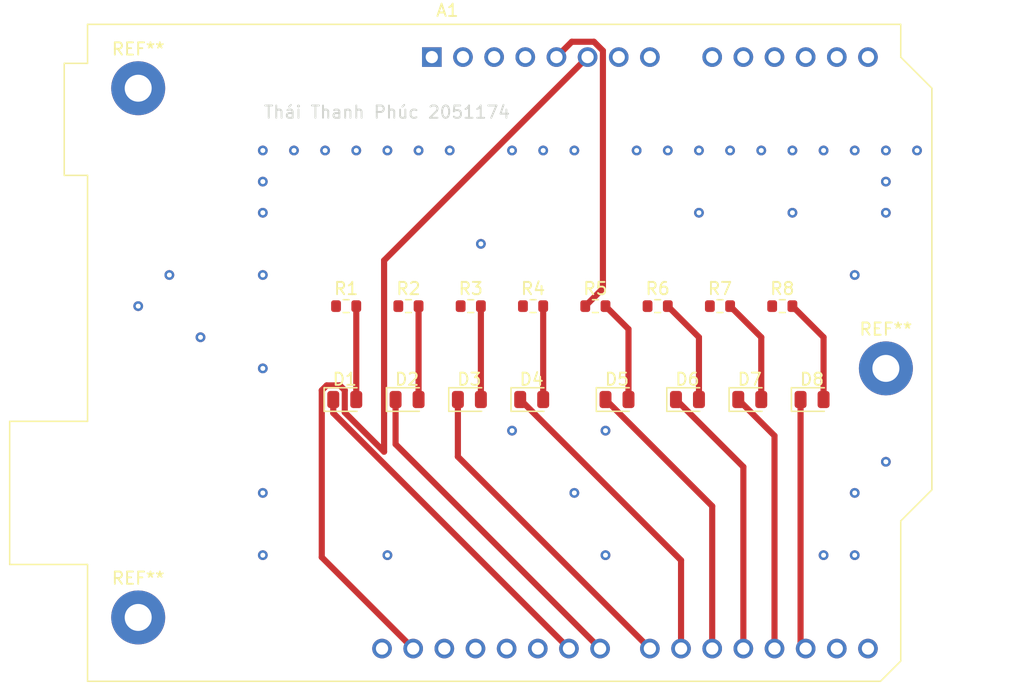
<source format=kicad_pcb>
(kicad_pcb (version 20221018) (generator pcbnew)
  (layers (0 "F.Cu" signal) (31 "B.Cu" signal) (34 "B.Paste" user) (35 "F.Paste" user) (36 "B.SilkS" user "B.Silkscreen") (37 "F.SilkS" user "F.Silkscreen") (38 "B.Mask" user) (39 "F.Mask" user) (44 "Edge.Cuts" user))
  (net 0 "")
  (net 5 "Net-(A1-+5V)")
  (net 6 "GND")
  (net 16 "Net-(A1-D2)")
  (net 17 "Net-(A1-D3)")
  (net 18 "Net-(A1-D4)")
  (net 19 "Net-(A1-D5)")
  (net 20 "Net-(A1-D6)")
  (net 21 "Net-(A1-D7)")
  (net 22 "Net-(A1-D8)")
  (net 23 "Net-(A1-D9)")
  (net 29 "Net-(D1-A)")
  (net 30 "Net-(D2-A)")
  (net 31 "Net-(D3-A)")
  (net 32 "Net-(D4-A)")
  (net 33 "Net-(D5-A)")
  (net 34 "Net-(D6-A)")
  (net 35 "Net-(D7-A)")
  (net 36 "Net-(D8-A)")
  (footprint "MountingHole:MountingHole_2.2mm_M2_Pad" (layer "F.Cu") (at 180.34 93.98)
    (fp_text reference "REF**" (at 0 -3.2) (layer "F.SilkS"))
    (fp_text value "MountingHole_2.2mm_M2_Pad")
    (pad "1" thru_hole circle (at 0 0) (size 4.4 4.4) (drill 2.2) (layers "*.Cu" "*.Mask"))
  )
  (footprint "Resistor_SMD:R_0603_1608Metric" (layer "F.Cu") (at 171.895 88.9)
    (fp_text reference "R8" (at 0 -1.43) (layer "F.SilkS"))
    (fp_text value "247")
    (fp_line (start -0.237258 -0.5225) (end 0.237258 -0.5225) (stroke (width 0.12)) (layer "F.SilkS"))
    (fp_line (start -0.237258 0.5225) (end 0.237258 0.5225) (stroke (width 0.12)) (layer "F.SilkS"))
    (pad "1" smd roundrect (at -0.825 0) (size 0.8 0.95) (layers "F.Cu" "F.Paste" "F.Mask") (net 5 "Net-(A1-+5V)"))
    (pad "2" smd roundrect (at 0.825 0) (size 0.8 0.95) (layers "F.Cu" "F.Paste" "F.Mask") (net 36 "Net-(D8-A)"))
  )
  (footprint "LED_SMD:LED_0805_2012Metric" (layer "F.Cu") (at 141.3025 96.52)
    (fp_text reference "D2" (at 0 -1.65) (layer "F.SilkS"))
    (fp_text value "LED")
    (fp_line (start -1.685 -0.96) (end -1.685 0.96) (stroke (width 0.12)) (layer "F.SilkS"))
    (fp_line (start -1.685 0.96) (end 1 0.96) (stroke (width 0.12)) (layer "F.SilkS"))
    (fp_line (start 1 -0.96) (end -1.685 -0.96) (stroke (width 0.12)) (layer "F.SilkS"))
    (pad "1" smd roundrect (at -0.9375 0) (size 0.975 1.4) (layers "F.Cu" "F.Paste" "F.Mask") (net 22 "Net-(A1-D8)"))
    (pad "2" smd roundrect (at 0.9375 0) (size 0.975 1.4) (layers "F.Cu" "F.Paste" "F.Mask") (net 30 "Net-(D2-A)"))
  )
  (footprint "Resistor_SMD:R_0603_1608Metric" (layer "F.Cu") (at 156.655 88.9)
    (fp_text reference "R5" (at 0 -1.43) (layer "F.SilkS"))
    (fp_text value "247")
    (fp_line (start -0.237258 -0.5225) (end 0.237258 -0.5225) (stroke (width 0.12)) (layer "F.SilkS"))
    (fp_line (start -0.237258 0.5225) (end 0.237258 0.5225) (stroke (width 0.12)) (layer "F.SilkS"))
    (pad "1" smd roundrect (at -0.825 0) (size 0.8 0.95) (layers "F.Cu" "F.Paste" "F.Mask") (net 5 "Net-(A1-+5V)"))
    (pad "2" smd roundrect (at 0.825 0) (size 0.8 0.95) (layers "F.Cu" "F.Paste" "F.Mask") (net 33 "Net-(D5-A)"))
  )
  (footprint "Resistor_SMD:R_0603_1608Metric" (layer "F.Cu") (at 151.575 88.9)
    (fp_text reference "R4" (at 0 -1.43) (layer "F.SilkS"))
    (fp_text value "247")
    (fp_line (start -0.237258 -0.5225) (end 0.237258 -0.5225) (stroke (width 0.12)) (layer "F.SilkS"))
    (fp_line (start -0.237258 0.5225) (end 0.237258 0.5225) (stroke (width 0.12)) (layer "F.SilkS"))
    (pad "1" smd roundrect (at -0.825 0) (size 0.8 0.95) (layers "F.Cu" "F.Paste" "F.Mask") (net 5 "Net-(A1-+5V)"))
    (pad "2" smd roundrect (at 0.825 0) (size 0.8 0.95) (layers "F.Cu" "F.Paste" "F.Mask") (net 32 "Net-(D4-A)"))
  )
  (footprint "Resistor_SMD:R_0603_1608Metric" (layer "F.Cu") (at 166.815 88.9)
    (fp_text reference "R7" (at 0 -1.43) (layer "F.SilkS"))
    (fp_text value "247")
    (fp_line (start -0.237258 -0.5225) (end 0.237258 -0.5225) (stroke (width 0.12)) (layer "F.SilkS"))
    (fp_line (start -0.237258 0.5225) (end 0.237258 0.5225) (stroke (width 0.12)) (layer "F.SilkS"))
    (pad "1" smd roundrect (at -0.825 0) (size 0.8 0.95) (layers "F.Cu" "F.Paste" "F.Mask") (net 5 "Net-(A1-+5V)"))
    (pad "2" smd roundrect (at 0.825 0) (size 0.8 0.95) (layers "F.Cu" "F.Paste" "F.Mask") (net 35 "Net-(D7-A)"))
  )
  (footprint "LED_SMD:LED_0805_2012Metric" (layer "F.Cu") (at 151.4625 96.52)
    (fp_text reference "D4" (at 0 -1.65) (layer "F.SilkS"))
    (fp_text value "LED")
    (fp_line (start -1.685 -0.96) (end -1.685 0.96) (stroke (width 0.12)) (layer "F.SilkS"))
    (fp_line (start -1.685 0.96) (end 1 0.96) (stroke (width 0.12)) (layer "F.SilkS"))
    (fp_line (start 1 -0.96) (end -1.685 -0.96) (stroke (width 0.12)) (layer "F.SilkS"))
    (pad "1" smd roundrect (at -0.9375 0) (size 0.975 1.4) (layers "F.Cu" "F.Paste" "F.Mask") (net 20 "Net-(A1-D6)"))
    (pad "2" smd roundrect (at 0.9375 0) (size 0.975 1.4) (layers "F.Cu" "F.Paste" "F.Mask") (net 32 "Net-(D4-A)"))
  )
  (footprint "LED_SMD:LED_0805_2012Metric" (layer "F.Cu") (at 174.3225 96.52)
    (fp_text reference "D8" (at 0 -1.65) (layer "F.SilkS"))
    (fp_text value "LED")
    (fp_line (start -1.685 -0.96) (end -1.685 0.96) (stroke (width 0.12)) (layer "F.SilkS"))
    (fp_line (start -1.685 0.96) (end 1 0.96) (stroke (width 0.12)) (layer "F.SilkS"))
    (fp_line (start 1 -0.96) (end -1.685 -0.96) (stroke (width 0.12)) (layer "F.SilkS"))
    (pad "1" smd roundrect (at -0.9375 0) (size 0.975 1.4) (layers "F.Cu" "F.Paste" "F.Mask") (net 16 "Net-(A1-D2)"))
    (pad "2" smd roundrect (at 0.9375 0) (size 0.975 1.4) (layers "F.Cu" "F.Paste" "F.Mask") (net 36 "Net-(D8-A)"))
  )
  (footprint "LED_SMD:LED_0805_2012Metric" (layer "F.Cu") (at 169.2425 96.52)
    (fp_text reference "D7" (at 0 -1.65) (layer "F.SilkS"))
    (fp_text value "LED")
    (fp_line (start -1.685 -0.96) (end -1.685 0.96) (stroke (width 0.12)) (layer "F.SilkS"))
    (fp_line (start -1.685 0.96) (end 1 0.96) (stroke (width 0.12)) (layer "F.SilkS"))
    (fp_line (start 1 -0.96) (end -1.685 -0.96) (stroke (width 0.12)) (layer "F.SilkS"))
    (pad "1" smd roundrect (at -0.9375 0) (size 0.975 1.4) (layers "F.Cu" "F.Paste" "F.Mask") (net 17 "Net-(A1-D3)"))
    (pad "2" smd roundrect (at 0.9375 0) (size 0.975 1.4) (layers "F.Cu" "F.Paste" "F.Mask") (net 35 "Net-(D7-A)"))
  )
  (footprint "LED_SMD:LED_0805_2012Metric" (layer "F.Cu") (at 146.3825 96.52)
    (fp_text reference "D3" (at 0 -1.65) (layer "F.SilkS"))
    (fp_text value "LED")
    (fp_line (start -1.685 -0.96) (end -1.685 0.96) (stroke (width 0.12)) (layer "F.SilkS"))
    (fp_line (start -1.685 0.96) (end 1 0.96) (stroke (width 0.12)) (layer "F.SilkS"))
    (fp_line (start 1 -0.96) (end -1.685 -0.96) (stroke (width 0.12)) (layer "F.SilkS"))
    (pad "1" smd roundrect (at -0.9375 0) (size 0.975 1.4) (layers "F.Cu" "F.Paste" "F.Mask") (net 21 "Net-(A1-D7)"))
    (pad "2" smd roundrect (at 0.9375 0) (size 0.975 1.4) (layers "F.Cu" "F.Paste" "F.Mask") (net 31 "Net-(D3-A)"))
  )
  (footprint "Module:Arduino_UNO_R2" (layer "F.Cu") (at 143.32 68.58)
    (fp_text reference "A1" (at 1.27 -3.81 180) (layer "F.SilkS"))
    (fp_text value "Arduino_UNO_R2")
    (fp_line (start -34.42 29.72) (end -34.42 41.4) (stroke (width 0.12)) (layer "F.SilkS"))
    (fp_line (start -34.42 41.4) (end -28.07 41.4) (stroke (width 0.12)) (layer "F.SilkS"))
    (fp_line (start -29.97 0.51) (end -29.97 9.65) (stroke (width 0.12)) (layer "F.SilkS"))
    (fp_line (start -29.97 9.65) (end -28.07 9.65) (stroke (width 0.12)) (layer "F.SilkS"))
    (fp_line (start -28.07 -2.67) (end -28.07 0.51) (stroke (width 0.12)) (layer "F.SilkS"))
    (fp_line (start -28.07 0.51) (end -29.97 0.51) (stroke (width 0.12)) (layer "F.SilkS"))
    (fp_line (start -28.07 9.65) (end -28.07 29.72) (stroke (width 0.12)) (layer "F.SilkS"))
    (fp_line (start -28.07 29.72) (end -34.42 29.72) (stroke (width 0.12)) (layer "F.SilkS"))
    (fp_line (start -28.07 41.4) (end -28.07 50.93) (stroke (width 0.12)) (layer "F.SilkS"))
    (fp_line (start -28.07 50.93) (end 36.58 50.93) (stroke (width 0.12)) (layer "F.SilkS"))
    (fp_line (start 36.58 50.93) (end 38.23 49.28) (stroke (width 0.12)) (layer "F.SilkS"))
    (fp_line (start 38.23 -2.67) (end -28.07 -2.67) (stroke (width 0.12)) (layer "F.SilkS"))
    (fp_line (start 38.23 0) (end 38.23 -2.67) (stroke (width 0.12)) (layer "F.SilkS"))
    (fp_line (start 38.23 37.85) (end 40.77 35.31) (stroke (width 0.12)) (layer "F.SilkS"))
    (fp_line (start 38.23 49.28) (end 38.23 37.85) (stroke (width 0.12)) (layer "F.SilkS"))
    (fp_line (start 40.77 2.54) (end 38.23 0) (stroke (width 0.12)) (layer "F.SilkS"))
    (fp_line (start 40.77 35.31) (end 40.77 2.54) (stroke (width 0.12)) (layer "F.SilkS"))
    (pad "1" thru_hole rect (at 0 0 90) (size 1.6 1.6) (drill 1) (layers "*.Cu" "*.Mask"))
    (pad "2" thru_hole oval (at 2.54 0 90) (size 1.6 1.6) (drill 1) (layers "*.Cu" "*.Mask"))
    (pad "3" thru_hole oval (at 5.08 0 90) (size 1.6 1.6) (drill 1) (layers "*.Cu" "*.Mask"))
    (pad "4" thru_hole oval (at 7.62 0 90) (size 1.6 1.6) (drill 1) (layers "*.Cu" "*.Mask"))
    (pad "5" thru_hole oval (at 10.16 0 90) (size 1.6 1.6) (drill 1) (layers "*.Cu" "*.Mask") (net 5 "Net-(A1-+5V)"))
    (pad "6" thru_hole oval (at 12.7 0 90) (size 1.6 1.6) (drill 1) (layers "*.Cu" "*.Mask") (net 6 "GND"))
    (pad "7" thru_hole oval (at 15.24 0 90) (size 1.6 1.6) (drill 1) (layers "*.Cu" "*.Mask") (net 6 "GND"))
    (pad "8" thru_hole oval (at 17.78 0 90) (size 1.6 1.6) (drill 1) (layers "*.Cu" "*.Mask"))
    (pad "9" thru_hole oval (at 22.86 0 90) (size 1.6 1.6) (drill 1) (layers "*.Cu" "*.Mask"))
    (pad "10" thru_hole oval (at 25.4 0 90) (size 1.6 1.6) (drill 1) (layers "*.Cu" "*.Mask"))
    (pad "11" thru_hole oval (at 27.94 0 90) (size 1.6 1.6) (drill 1) (layers "*.Cu" "*.Mask"))
    (pad "12" thru_hole oval (at 30.48 0 90) (size 1.6 1.6) (drill 1) (layers "*.Cu" "*.Mask"))
    (pad "13" thru_hole oval (at 33.02 0 90) (size 1.6 1.6) (drill 1) (layers "*.Cu" "*.Mask"))
    (pad "14" thru_hole oval (at 35.56 0 90) (size 1.6 1.6) (drill 1) (layers "*.Cu" "*.Mask"))
    (pad "15" thru_hole oval (at 35.56 48.26 90) (size 1.6 1.6) (drill 1) (layers "*.Cu" "*.Mask"))
    (pad "16" thru_hole oval (at 33.02 48.26 90) (size 1.6 1.6) (drill 1) (layers "*.Cu" "*.Mask"))
    (pad "17" thru_hole oval (at 30.48 48.26 90) (size 1.6 1.6) (drill 1) (layers "*.Cu" "*.Mask") (net 16 "Net-(A1-D2)"))
    (pad "18" thru_hole oval (at 27.94 48.26 90) (size 1.6 1.6) (drill 1) (layers "*.Cu" "*.Mask") (net 17 "Net-(A1-D3)"))
    (pad "19" thru_hole oval (at 25.4 48.26 90) (size 1.6 1.6) (drill 1) (layers "*.Cu" "*.Mask") (net 18 "Net-(A1-D4)"))
    (pad "20" thru_hole oval (at 22.86 48.26 90) (size 1.6 1.6) (drill 1) (layers "*.Cu" "*.Mask") (net 19 "Net-(A1-D5)"))
    (pad "21" thru_hole oval (at 20.32 48.26 90) (size 1.6 1.6) (drill 1) (layers "*.Cu" "*.Mask") (net 20 "Net-(A1-D6)"))
    (pad "22" thru_hole oval (at 17.78 48.26 90) (size 1.6 1.6) (drill 1) (layers "*.Cu" "*.Mask") (net 21 "Net-(A1-D7)"))
    (pad "23" thru_hole oval (at 13.72 48.26 90) (size 1.6 1.6) (drill 1) (layers "*.Cu" "*.Mask") (net 22 "Net-(A1-D8)"))
    (pad "24" thru_hole oval (at 11.18 48.26 90) (size 1.6 1.6) (drill 1) (layers "*.Cu" "*.Mask") (net 23 "Net-(A1-D9)"))
    (pad "25" thru_hole oval (at 8.64 48.26 90) (size 1.6 1.6) (drill 1) (layers "*.Cu" "*.Mask"))
    (pad "26" thru_hole oval (at 6.1 48.26 90) (size 1.6 1.6) (drill 1) (layers "*.Cu" "*.Mask"))
    (pad "27" thru_hole oval (at 3.56 48.26 90) (size 1.6 1.6) (drill 1) (layers "*.Cu" "*.Mask"))
    (pad "28" thru_hole oval (at 1.02 48.26 90) (size 1.6 1.6) (drill 1) (layers "*.Cu" "*.Mask"))
    (pad "29" thru_hole oval (at -1.52 48.26 90) (size 1.6 1.6) (drill 1) (layers "*.Cu" "*.Mask") (net 6 "GND"))
    (pad "30" thru_hole oval (at -4.06 48.26 90) (size 1.6 1.6) (drill 1) (layers "*.Cu" "*.Mask"))
  )
  (footprint "LED_SMD:LED_0805_2012Metric" (layer "F.Cu") (at 164.1625 96.52)
    (fp_text reference "D6" (at 0 -1.65) (layer "F.SilkS"))
    (fp_text value "LED")
    (fp_line (start -1.685 -0.96) (end -1.685 0.96) (stroke (width 0.12)) (layer "F.SilkS"))
    (fp_line (start -1.685 0.96) (end 1 0.96) (stroke (width 0.12)) (layer "F.SilkS"))
    (fp_line (start 1 -0.96) (end -1.685 -0.96) (stroke (width 0.12)) (layer "F.SilkS"))
    (pad "1" smd roundrect (at -0.9375 0) (size 0.975 1.4) (layers "F.Cu" "F.Paste" "F.Mask") (net 18 "Net-(A1-D4)"))
    (pad "2" smd roundrect (at 0.9375 0) (size 0.975 1.4) (layers "F.Cu" "F.Paste" "F.Mask") (net 34 "Net-(D6-A)"))
  )
  (footprint "Resistor_SMD:R_0603_1608Metric" (layer "F.Cu") (at 141.415 88.9)
    (fp_text reference "R2" (at 0 -1.43) (layer "F.SilkS"))
    (fp_text value "247")
    (fp_line (start -0.237258 -0.5225) (end 0.237258 -0.5225) (stroke (width 0.12)) (layer "F.SilkS"))
    (fp_line (start -0.237258 0.5225) (end 0.237258 0.5225) (stroke (width 0.12)) (layer "F.SilkS"))
    (pad "1" smd roundrect (at -0.825 0) (size 0.8 0.95) (layers "F.Cu" "F.Paste" "F.Mask") (net 5 "Net-(A1-+5V)"))
    (pad "2" smd roundrect (at 0.825 0) (size 0.8 0.95) (layers "F.Cu" "F.Paste" "F.Mask") (net 30 "Net-(D2-A)"))
  )
  (footprint "Resistor_SMD:R_0603_1608Metric" (layer "F.Cu") (at 146.495 88.9)
    (fp_text reference "R3" (at 0 -1.43) (layer "F.SilkS"))
    (fp_text value "247")
    (fp_line (start -0.237258 -0.5225) (end 0.237258 -0.5225) (stroke (width 0.12)) (layer "F.SilkS"))
    (fp_line (start -0.237258 0.5225) (end 0.237258 0.5225) (stroke (width 0.12)) (layer "F.SilkS"))
    (pad "1" smd roundrect (at -0.825 0) (size 0.8 0.95) (layers "F.Cu" "F.Paste" "F.Mask") (net 5 "Net-(A1-+5V)"))
    (pad "2" smd roundrect (at 0.825 0) (size 0.8 0.95) (layers "F.Cu" "F.Paste" "F.Mask") (net 31 "Net-(D3-A)"))
  )
  (footprint "LED_SMD:LED_0805_2012Metric" (layer "F.Cu") (at 136.2225 96.52)
    (fp_text reference "D1" (at 0 -1.65) (layer "F.SilkS"))
    (fp_text value "LED")
    (fp_line (start -1.685 -0.96) (end -1.685 0.96) (stroke (width 0.12)) (layer "F.SilkS"))
    (fp_line (start -1.685 0.96) (end 1 0.96) (stroke (width 0.12)) (layer "F.SilkS"))
    (fp_line (start 1 -0.96) (end -1.685 -0.96) (stroke (width 0.12)) (layer "F.SilkS"))
    (pad "1" smd roundrect (at -0.9375 0) (size 0.975 1.4) (layers "F.Cu" "F.Paste" "F.Mask") (net 23 "Net-(A1-D9)"))
    (pad "2" smd roundrect (at 0.9375 0) (size 0.975 1.4) (layers "F.Cu" "F.Paste" "F.Mask") (net 29 "Net-(D1-A)"))
  )
  (footprint "LED_SMD:LED_0805_2012Metric" (layer "F.Cu") (at 158.4175 96.52)
    (fp_text reference "D5" (at 0 -1.65) (layer "F.SilkS"))
    (fp_text value "LED")
    (fp_line (start -1.685 -0.96) (end -1.685 0.96) (stroke (width 0.12)) (layer "F.SilkS"))
    (fp_line (start -1.685 0.96) (end 1 0.96) (stroke (width 0.12)) (layer "F.SilkS"))
    (fp_line (start 1 -0.96) (end -1.685 -0.96) (stroke (width 0.12)) (layer "F.SilkS"))
    (pad "1" smd roundrect (at -0.9375 0) (size 0.975 1.4) (layers "F.Cu" "F.Paste" "F.Mask") (net 19 "Net-(A1-D5)"))
    (pad "2" smd roundrect (at 0.9375 0) (size 0.975 1.4) (layers "F.Cu" "F.Paste" "F.Mask") (net 33 "Net-(D5-A)"))
  )
  (footprint "MountingHole:MountingHole_2.2mm_M2_Pad" (layer "F.Cu") (at 119.38 114.3)
    (fp_text reference "REF**" (at 0 -3.2) (layer "F.SilkS"))
    (fp_text value "MountingHole_2.2mm_M2_Pad")
    (pad "1" thru_hole circle (at 0 0) (size 4.4 4.4) (drill 2.2) (layers "*.Cu" "*.Mask"))
  )
  (footprint "MountingHole:MountingHole_2.2mm_M2_Pad" (layer "F.Cu") (at 119.38 71.12)
    (fp_text reference "REF**" (at 0 -3.2) (layer "F.SilkS"))
    (fp_text value "MountingHole_2.2mm_M2_Pad")
    (pad "1" thru_hole circle (at 0 0) (size 4.4 4.4) (drill 2.2) (layers "*.Cu" "*.Mask"))
  )
  (footprint "Resistor_SMD:R_0603_1608Metric" (layer "F.Cu") (at 161.735 88.9)
    (fp_text reference "R6" (at 0 -1.43) (layer "F.SilkS"))
    (fp_text value "247")
    (fp_line (start -0.237258 -0.5225) (end 0.237258 -0.5225) (stroke (width 0.12)) (layer "F.SilkS"))
    (fp_line (start -0.237258 0.5225) (end 0.237258 0.5225) (stroke (width 0.12)) (layer "F.SilkS"))
    (pad "1" smd roundrect (at -0.825 0) (size 0.8 0.95) (layers "F.Cu" "F.Paste" "F.Mask") (net 5 "Net-(A1-+5V)"))
    (pad "2" smd roundrect (at 0.825 0) (size 0.8 0.95) (layers "F.Cu" "F.Paste" "F.Mask") (net 34 "Net-(D6-A)"))
  )
  (footprint "Resistor_SMD:R_0603_1608Metric" (layer "F.Cu") (at 136.335 88.9)
    (fp_text reference "R1" (at 0 -1.43) (layer "F.SilkS"))
    (fp_text value "247")
    (fp_line (start -0.237258 -0.5225) (end 0.237258 -0.5225) (stroke (width 0.12)) (layer "F.SilkS"))
    (fp_line (start -0.237258 0.5225) (end 0.237258 0.5225) (stroke (width 0.12)) (layer "F.SilkS"))
    (pad "1" smd roundrect (at -0.825 0) (size 0.8 0.95) (layers "F.Cu" "F.Paste" "F.Mask") (net 5 "Net-(A1-+5V)"))
    (pad "2" smd roundrect (at 0.825 0) (size 0.8 0.95) (layers "F.Cu" "F.Paste" "F.Mask") (net 29 "Net-(D1-A)"))
  )
  (gr_text "Thái Thanh Phúc 2051174" (at 129.54 73.66) (layer "Edge.Cuts") (effects (font (size 1 1)) (justify left bottom)))
  (via (at 167.64 76.2) (size 0.8) (drill 0.4) (layers "F.Cu" "B.Cu") (net 0))
  (via (at 154.94 104.14) (size 0.8) (drill 0.4) (layers "F.Cu" "B.Cu") (net 0))
  (via (at 132.08 76.2) (size 0.8) (drill 0.4) (layers "F.Cu" "B.Cu") (net 0))
  (via (at 157.48 109.22) (size 0.8) (drill 0.4) (layers "F.Cu" "B.Cu") (net 0))
  (via (at 129.54 78.74) (size 0.8) (drill 0.4) (layers "F.Cu" "B.Cu") (net 0))
  (via (at 129.54 109.22) (size 0.8) (drill 0.4) (layers "F.Cu" "B.Cu") (net 0))
  (via (at 165.1 81.28) (size 0.8) (drill 0.4) (layers "F.Cu" "B.Cu") (net 0))
  (via (at 144.78 76.2) (size 0.8) (drill 0.4) (layers "F.Cu" "B.Cu") (net 0))
  (via (at 142.24 76.2) (size 0.8) (drill 0.4) (layers "F.Cu" "B.Cu") (net 0))
  (via (at 129.54 104.14) (size 0.8) (drill 0.4) (layers "F.Cu" "B.Cu") (net 0))
  (via (at 182.88 76.2) (size 0.8) (drill 0.4) (layers "F.Cu" "B.Cu") (net 0))
  (via (at 172.72 76.2) (size 0.8) (drill 0.4) (layers "F.Cu" "B.Cu") (net 0))
  (via (at 180.34 76.2) (size 0.8) (drill 0.4) (layers "F.Cu" "B.Cu") (net 0))
  (via (at 152.4 76.2) (size 0.8) (drill 0.4) (layers "F.Cu" "B.Cu") (net 0))
  (via (at 170.18 76.2) (size 0.8) (drill 0.4) (layers "F.Cu" "B.Cu") (net 0))
  (via (at 157.48 99.06) (size 0.8) (drill 0.4) (layers "F.Cu" "B.Cu") (net 0))
  (via (at 124.46 91.44) (size 0.8) (drill 0.4) (layers "F.Cu" "B.Cu") (net 0))
  (via (at 154.94 76.2) (size 0.8) (drill 0.4) (layers "F.Cu" "B.Cu") (net 0))
  (via (at 177.8 104.14) (size 0.8) (drill 0.4) (layers "F.Cu" "B.Cu") (net 0))
  (via (at 129.54 93.98) (size 0.8) (drill 0.4) (layers "F.Cu" "B.Cu") (net 0))
  (via (at 121.92 86.36) (size 0.8) (drill 0.4) (layers "F.Cu" "B.Cu") (net 0))
  (via (at 149.86 76.2) (size 0.8) (drill 0.4) (layers "F.Cu" "B.Cu") (net 0))
  (via (at 175.26 76.2) (size 0.8) (drill 0.4) (layers "F.Cu" "B.Cu") (net 0))
  (via (at 180.34 78.74) (size 0.8) (drill 0.4) (layers "F.Cu" "B.Cu") (net 0))
  (via (at 139.7 109.22) (size 0.8) (drill 0.4) (layers "F.Cu" "B.Cu") (net 0))
  (via (at 134.62 76.2) (size 0.8) (drill 0.4) (layers "F.Cu" "B.Cu") (net 0))
  (via (at 139.7 76.2) (size 0.8) (drill 0.4) (layers "F.Cu" "B.Cu") (net 0))
  (via (at 177.8 109.22) (size 0.8) (drill 0.4) (layers "F.Cu" "B.Cu") (net 0))
  (via (at 180.34 101.6) (size 0.8) (drill 0.4) (layers "F.Cu" "B.Cu") (net 0))
  (via (at 129.54 76.2) (size 0.8) (drill 0.4) (layers "F.Cu" "B.Cu") (net 0))
  (via (at 160.02 76.2) (size 0.8) (drill 0.4) (layers "F.Cu" "B.Cu") (net 0))
  (via (at 137.16 76.2) (size 0.8) (drill 0.4) (layers "F.Cu" "B.Cu") (net 0))
  (via (at 147.32 83.82) (size 0.8) (drill 0.4) (layers "F.Cu" "B.Cu") (net 0))
  (via (at 165.1 76.2) (size 0.8) (drill 0.4) (layers "F.Cu" "B.Cu") (net 0))
  (via (at 177.8 86.36) (size 0.8) (drill 0.4) (layers "F.Cu" "B.Cu") (net 0))
  (via (at 149.86 99.06) (size 0.8) (drill 0.4) (layers "F.Cu" "B.Cu") (net 0))
  (via (at 129.54 86.36) (size 0.8) (drill 0.4) (layers "F.Cu" "B.Cu") (net 0))
  (via (at 172.72 81.28) (size 0.8) (drill 0.4) (layers "F.Cu" "B.Cu") (net 0))
  (via (at 177.8 76.2) (size 0.8) (drill 0.4) (layers "F.Cu" "B.Cu") (net 0))
  (via (at 175.26 109.22) (size 0.8) (drill 0.4) (layers "F.Cu" "B.Cu") (net 0))
  (via (at 129.54 81.28) (size 0.8) (drill 0.4) (layers "F.Cu" "B.Cu") (net 0))
  (via (at 180.34 81.28) (size 0.8) (drill 0.4) (layers "F.Cu" "B.Cu") (net 0))
  (via (at 119.38 88.9) (size 0.8) (drill 0.4) (layers "F.Cu" "B.Cu") (net 0))
  (via (at 162.56 76.2) (size 0.8) (drill 0.4) (layers "F.Cu" "B.Cu") (net 0))
  (segment (start 156.537767 67.33) (end 157.27 68.062233) (width 0.5) (layer "F.Cu") (net 5))
  (segment (start 157.27 87.46) (end 155.83 88.9) (width 0.5) (layer "F.Cu") (net 5))
  (segment (start 157.27 68.062233) (end 157.27 87.46) (width 0.5) (layer "F.Cu") (net 5))
  (segment (start 154.73 67.33) (end 156.537767 67.33) (width 0.5) (layer "F.Cu") (net 5))
  (segment (start 153.48 68.58) (end 154.73 67.33) (width 0.5) (layer "F.Cu") (net 5))
  (segment (start 134.3475 95.769636) (end 134.3475 109.3875) (width 0.5) (layer "F.Cu") (net 6))
  (segment (start 156.02 68.58) (end 139.4275 85.1725) (width 0.5) (layer "F.Cu") (net 6))
  (segment (start 134.3475 109.3875) (end 141.8 116.84) (width 0.5) (layer "F.Cu") (net 6))
  (segment (start 136.2225 97.57255) (end 136.2225 95.769636) (width 0.5) (layer "F.Cu") (net 6))
  (segment (start 135.822864 95.37) (end 134.747136 95.37) (width 0.5) (layer "F.Cu") (net 6))
  (segment (start 136.2225 95.769636) (end 135.822864 95.37) (width 0.5) (layer "F.Cu") (net 6))
  (segment (start 139.4275 85.1725) (end 139.4275 100.77755) (width 0.5) (layer "F.Cu") (net 6))
  (segment (start 139.4275 100.77755) (end 136.2225 97.57255) (width 0.5) (layer "F.Cu") (net 6))
  (segment (start 134.747136 95.37) (end 134.3475 95.769636) (width 0.5) (layer "F.Cu") (net 6))
  (segment (start 173.385 96.52) (end 173.385 116.425) (width 0.5) (layer "F.Cu") (net 16))
  (segment (start 173.385 116.425) (end 173.8 116.84) (width 0.5) (layer "F.Cu") (net 16))
  (segment (start 171.26 99.475) (end 171.26 116.84) (width 0.5) (layer "F.Cu") (net 17))
  (segment (start 168.305 96.52) (end 171.26 99.475) (width 0.5) (layer "F.Cu") (net 17))
  (segment (start 168.72 102.015) (end 168.72 116.84) (width 0.5) (layer "F.Cu") (net 18))
  (segment (start 163.225 96.52) (end 168.72 102.015) (width 0.5) (layer "F.Cu") (net 18))
  (segment (start 166.18 105.22) (end 166.18 116.84) (width 0.5) (layer "F.Cu") (net 19))
  (segment (start 157.48 96.52) (end 166.18 105.22) (width 0.5) (layer "F.Cu") (net 19))
  (segment (start 163.64 109.635) (end 150.525 96.52) (width 0.5) (layer "F.Cu") (net 20))
  (segment (start 163.64 116.84) (end 163.64 109.635) (width 0.5) (layer "F.Cu") (net 20))
  (segment (start 145.445 101.185) (end 161.1 116.84) (width 0.5) (layer "F.Cu") (net 21))
  (segment (start 145.445 96.52) (end 145.445 101.185) (width 0.5) (layer "F.Cu") (net 21))
  (segment (start 140.365 96.52) (end 140.365 100.165) (width 0.5) (layer "F.Cu") (net 22))
  (segment (start 140.365 100.165) (end 157.04 116.84) (width 0.5) (layer "F.Cu") (net 22))
  (segment (start 135.285 97.625) (end 135.285 96.52) (width 0.5) (layer "F.Cu") (net 23))
  (segment (start 154.5 116.84) (end 135.285 97.625) (width 0.5) (layer "F.Cu") (net 23))
  (segment (start 137.16 96.52) (end 137.16 88.9) (width 0.5) (layer "F.Cu") (net 29))
  (segment (start 142.24 96.52) (end 142.24 88.9) (width 0.5) (layer "F.Cu") (net 30))
  (segment (start 147.32 96.52) (end 147.32 88.9) (width 0.5) (layer "F.Cu") (net 31))
  (segment (start 152.4 96.52) (end 152.4 88.9) (width 0.5) (layer "F.Cu") (net 32))
  (segment (start 159.355 90.775) (end 157.48 88.9) (width 0.5) (layer "F.Cu") (net 33))
  (segment (start 159.355 96.52) (end 159.355 90.775) (width 0.5) (layer "F.Cu") (net 33))
  (segment (start 165.1 91.44) (end 162.56 88.9) (width 0.5) (layer "F.Cu") (net 34))
  (segment (start 165.1 96.52) (end 165.1 91.44) (width 0.5) (layer "F.Cu") (net 34))
  (segment (start 170.18 96.52) (end 170.18 91.44) (width 0.5) (layer "F.Cu") (net 35))
  (segment (start 170.18 91.44) (end 167.64 88.9) (width 0.5) (layer "F.Cu") (net 35))
  (segment (start 175.26 91.44) (end 172.72 88.9) (width 0.5) (layer "F.Cu") (net 36))
  (segment (start 175.26 96.52) (end 175.26 91.44) (width 0.5) (layer "F.Cu") (net 36))
)
</source>
